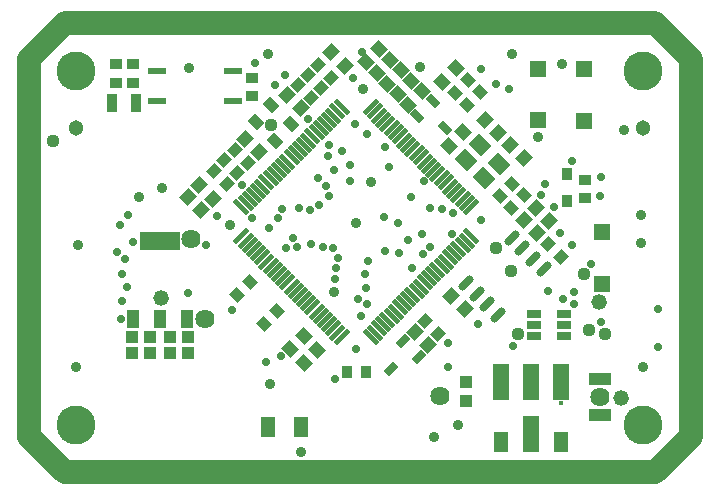
<source format=gbr>
G04*
G04 #@! TF.GenerationSoftware,Altium Limited,Altium Designer,24.0.1 (36)*
G04*
G04 Layer_Color=8388736*
%FSLAX25Y25*%
%MOIN*%
G70*
G04*
G04 #@! TF.SameCoordinates,BD3E70BB-0697-4B71-9AF7-6C14A59E7EE9*
G04*
G04*
G04 #@! TF.FilePolarity,Negative*
G04*
G01*
G75*
%ADD42R,0.06300X0.02200*%
%ADD47C,0.08000*%
G04:AMPARAMS|DCode=48|XSize=39.43mil|YSize=37.47mil|CornerRadius=0mil|HoleSize=0mil|Usage=FLASHONLY|Rotation=225.000|XOffset=0mil|YOffset=0mil|HoleType=Round|Shape=Rectangle|*
%AMROTATEDRECTD48*
4,1,4,0.00070,0.02719,0.02719,0.00070,-0.00070,-0.02719,-0.02719,-0.00070,0.00070,0.02719,0.0*
%
%ADD48ROTATEDRECTD48*%

G04:AMPARAMS|DCode=49|XSize=43.37mil|YSize=39.43mil|CornerRadius=0mil|HoleSize=0mil|Usage=FLASHONLY|Rotation=225.000|XOffset=0mil|YOffset=0mil|HoleType=Round|Shape=Rectangle|*
%AMROTATEDRECTD49*
4,1,4,0.00139,0.02928,0.02928,0.00139,-0.00139,-0.02928,-0.02928,-0.00139,0.00139,0.02928,0.0*
%
%ADD49ROTATEDRECTD49*%

G04:AMPARAMS|DCode=50|XSize=27.62mil|YSize=43.37mil|CornerRadius=0mil|HoleSize=0mil|Usage=FLASHONLY|Rotation=315.000|XOffset=0mil|YOffset=0mil|HoleType=Round|Shape=Rectangle|*
%AMROTATEDRECTD50*
4,1,4,-0.02510,-0.00557,0.00557,0.02510,0.02510,0.00557,-0.00557,-0.02510,-0.02510,-0.00557,0.0*
%
%ADD50ROTATEDRECTD50*%

G04:AMPARAMS|DCode=51|XSize=62.07mil|YSize=15.81mil|CornerRadius=0mil|HoleSize=0mil|Usage=FLASHONLY|Rotation=225.000|XOffset=0mil|YOffset=0mil|HoleType=Round|Shape=Rectangle|*
%AMROTATEDRECTD51*
4,1,4,0.01636,0.02753,0.02753,0.01636,-0.01636,-0.02753,-0.02753,-0.01636,0.01636,0.02753,0.0*
%
%ADD51ROTATEDRECTD51*%

G04:AMPARAMS|DCode=52|XSize=62.07mil|YSize=15.81mil|CornerRadius=0mil|HoleSize=0mil|Usage=FLASHONLY|Rotation=315.000|XOffset=0mil|YOffset=0mil|HoleType=Round|Shape=Rectangle|*
%AMROTATEDRECTD52*
4,1,4,-0.02753,0.01636,-0.01636,0.02753,0.02753,-0.01636,0.01636,-0.02753,-0.02753,0.01636,0.0*
%
%ADD52ROTATEDRECTD52*%

%ADD53R,0.05754X0.05243*%
%ADD54R,0.05124X0.02762*%
%ADD55R,0.04140X0.06109*%
%ADD56R,0.13195X0.06109*%
G04:AMPARAMS|DCode=57|XSize=43.37mil|YSize=39.43mil|CornerRadius=0mil|HoleSize=0mil|Usage=FLASHONLY|Rotation=135.000|XOffset=0mil|YOffset=0mil|HoleType=Round|Shape=Rectangle|*
%AMROTATEDRECTD57*
4,1,4,0.02928,-0.00139,0.00139,-0.02928,-0.02928,0.00139,-0.00139,0.02928,0.02928,-0.00139,0.0*
%
%ADD57ROTATEDRECTD57*%

%ADD58R,0.04928X0.07093*%
%ADD59R,0.03353X0.04337*%
%ADD60R,0.03943X0.03747*%
%ADD61C,0.01575*%
%ADD62R,0.05721X0.12099*%
%ADD63R,0.04934X0.07021*%
G04:AMPARAMS|DCode=64|XSize=27.62mil|YSize=61.09mil|CornerRadius=0mil|HoleSize=0mil|Usage=FLASHONLY|Rotation=135.000|XOffset=0mil|YOffset=0mil|HoleType=Round|Shape=Round|*
%AMOVALD64*
21,1,0.03347,0.02762,0.00000,0.00000,225.0*
1,1,0.02762,0.01183,0.01183*
1,1,0.02762,-0.01183,-0.01183*
%
%ADD64OVALD64*%

G04:AMPARAMS|DCode=65|XSize=27.62mil|YSize=43.37mil|CornerRadius=0mil|HoleSize=0mil|Usage=FLASHONLY|Rotation=45.000|XOffset=0mil|YOffset=0mil|HoleType=Round|Shape=Rectangle|*
%AMROTATEDRECTD65*
4,1,4,0.00557,-0.02510,-0.02510,0.00557,-0.00557,0.02510,0.02510,-0.00557,0.00557,-0.02510,0.0*
%
%ADD65ROTATEDRECTD65*%

G04:AMPARAMS|DCode=66|XSize=59.12mil|YSize=51.24mil|CornerRadius=0mil|HoleSize=0mil|Usage=FLASHONLY|Rotation=135.000|XOffset=0mil|YOffset=0mil|HoleType=Round|Shape=Rectangle|*
%AMROTATEDRECTD66*
4,1,4,0.03902,-0.00278,0.00278,-0.03902,-0.03902,0.00278,-0.00278,0.03902,0.03902,-0.00278,0.0*
%
%ADD66ROTATEDRECTD66*%

G04:AMPARAMS|DCode=67|XSize=39.43mil|YSize=37.47mil|CornerRadius=0mil|HoleSize=0mil|Usage=FLASHONLY|Rotation=135.000|XOffset=0mil|YOffset=0mil|HoleType=Round|Shape=Rectangle|*
%AMROTATEDRECTD67*
4,1,4,0.02719,-0.00070,0.00070,-0.02719,-0.02719,0.00070,-0.00070,0.02719,0.02719,-0.00070,0.0*
%
%ADD67ROTATEDRECTD67*%

G04:AMPARAMS|DCode=68|XSize=43.37mil|YSize=33.53mil|CornerRadius=0mil|HoleSize=0mil|Usage=FLASHONLY|Rotation=135.000|XOffset=0mil|YOffset=0mil|HoleType=Round|Shape=Rectangle|*
%AMROTATEDRECTD68*
4,1,4,0.02719,-0.00348,0.00348,-0.02719,-0.02719,0.00348,-0.00348,0.02719,0.02719,-0.00348,0.0*
%
%ADD68ROTATEDRECTD68*%

%ADD69R,0.03550X0.05912*%
%ADD70R,0.03943X0.04337*%
%ADD71R,0.04337X0.03943*%
%ADD72R,0.07290X0.04337*%
%ADD73R,0.03747X0.03943*%
%ADD74C,0.12998*%
%ADD75C,0.03600*%
%ADD76C,0.02800*%
%ADD77C,0.04400*%
%ADD78C,0.05200*%
%ADD79C,0.06400*%
%ADD80C,0.05124*%
%ADD81C,0.03550*%
D42*
X67900Y133560D02*
D03*
X67900Y123560D02*
D03*
X42700Y123560D02*
D03*
Y133560D02*
D03*
D47*
X0Y137795D02*
X11811Y149606D01*
X0Y11811D02*
Y137795D01*
Y11811D02*
X11811Y0D01*
X208661D01*
X220472Y11811D01*
Y137795D01*
X208661Y149606D02*
X220472Y137795D01*
X11811Y149606D02*
X208661D01*
D48*
X100758Y131543D02*
D03*
X96443Y135857D02*
D03*
X93958Y124742D02*
D03*
X89643Y129058D02*
D03*
X92943Y132358D02*
D03*
X97258Y128042D02*
D03*
X177215Y71585D02*
D03*
X172900Y75900D02*
D03*
X136357Y46143D02*
D03*
X132043Y50458D02*
D03*
X61476Y100324D02*
D03*
X65791Y96009D02*
D03*
X64976Y103924D02*
D03*
X69291Y99609D02*
D03*
X68476Y107424D02*
D03*
X72791Y103109D02*
D03*
D49*
X132927Y42373D02*
D03*
X128473Y46827D02*
D03*
X164873Y84027D02*
D03*
X169327Y79573D02*
D03*
X164854Y104646D02*
D03*
X160400Y109100D02*
D03*
X156400Y113100D02*
D03*
X151946Y117554D02*
D03*
X86107Y125693D02*
D03*
X90561Y121239D02*
D03*
X173327Y83573D02*
D03*
X168873Y88027D02*
D03*
X145227Y54373D02*
D03*
X140773Y58827D02*
D03*
X105127Y135473D02*
D03*
X100673Y139927D02*
D03*
X72076Y111224D02*
D03*
X76530Y106770D02*
D03*
X56673Y95627D02*
D03*
X61127Y91173D02*
D03*
X57427Y87373D02*
D03*
X52973Y91827D02*
D03*
D50*
X129985Y38396D02*
D03*
X124696Y43685D02*
D03*
X120659Y34359D02*
D03*
D51*
X147245Y88238D02*
D03*
X145853Y89630D02*
D03*
X144461Y91022D02*
D03*
X143069Y92414D02*
D03*
X141677Y93806D02*
D03*
X140285Y95198D02*
D03*
X138893Y96590D02*
D03*
X137501Y97982D02*
D03*
X136109Y99374D02*
D03*
X134718Y100766D02*
D03*
X133326Y102158D02*
D03*
X131934Y103550D02*
D03*
X130542Y104942D02*
D03*
X129150Y106334D02*
D03*
X127758Y107726D02*
D03*
X126366Y109117D02*
D03*
X124974Y110510D02*
D03*
X123582Y111901D02*
D03*
X122190Y113293D02*
D03*
X120798Y114685D02*
D03*
X119406Y116077D02*
D03*
X118014Y117469D02*
D03*
X116622Y118861D02*
D03*
X115230Y120253D02*
D03*
X113838Y121645D02*
D03*
X70755Y78562D02*
D03*
X72147Y77170D02*
D03*
X73539Y75778D02*
D03*
X74931Y74386D02*
D03*
X76323Y72994D02*
D03*
X77715Y71602D02*
D03*
X79107Y70210D02*
D03*
X80499Y68818D02*
D03*
X81890Y67426D02*
D03*
X83283Y66034D02*
D03*
X84674Y64642D02*
D03*
X86066Y63250D02*
D03*
X87458Y61858D02*
D03*
X88850Y60466D02*
D03*
X90242Y59074D02*
D03*
X91634Y57683D02*
D03*
X93026Y56291D02*
D03*
X94418Y54899D02*
D03*
X95810Y53507D02*
D03*
X97202Y52115D02*
D03*
X98594Y50723D02*
D03*
X99986Y49331D02*
D03*
X101378Y47939D02*
D03*
X102770Y46547D02*
D03*
X104162Y45155D02*
D03*
D52*
Y121645D02*
D03*
X102770Y120253D02*
D03*
X101378Y118861D02*
D03*
X99986Y117469D02*
D03*
X98594Y116077D02*
D03*
X97202Y114685D02*
D03*
X95810Y113293D02*
D03*
X94418Y111901D02*
D03*
X93026Y110510D02*
D03*
X91634Y109117D02*
D03*
X90242Y107726D02*
D03*
X88850Y106334D02*
D03*
X87458Y104942D02*
D03*
X86066Y103550D02*
D03*
X84674Y102158D02*
D03*
X83283Y100766D02*
D03*
X81890Y99374D02*
D03*
X80499Y97982D02*
D03*
X79107Y96590D02*
D03*
X77715Y95198D02*
D03*
X76323Y93806D02*
D03*
X74931Y92414D02*
D03*
X73539Y91022D02*
D03*
X72147Y89630D02*
D03*
X70755Y88238D02*
D03*
X113838Y45155D02*
D03*
X115230Y46547D02*
D03*
X116622Y47939D02*
D03*
X118014Y49331D02*
D03*
X119406Y50723D02*
D03*
X120798Y52115D02*
D03*
X122190Y53507D02*
D03*
X123582Y54899D02*
D03*
X124974Y56291D02*
D03*
X126366Y57683D02*
D03*
X127758Y59074D02*
D03*
X129150Y60466D02*
D03*
X130542Y61858D02*
D03*
X131934Y63250D02*
D03*
X133326Y64642D02*
D03*
X134718Y66034D02*
D03*
X136109Y67426D02*
D03*
X137501Y68818D02*
D03*
X138893Y70210D02*
D03*
X140285Y71602D02*
D03*
X141677Y72994D02*
D03*
X143069Y74386D02*
D03*
X144461Y75778D02*
D03*
X145853Y77170D02*
D03*
X147245Y78562D02*
D03*
D53*
X169500Y134502D02*
D03*
Y117298D02*
D03*
X185000Y134402D02*
D03*
Y117198D02*
D03*
X190900Y62698D02*
D03*
Y79902D02*
D03*
D54*
X168279Y45360D02*
D03*
X168279Y49100D02*
D03*
X168279Y52840D02*
D03*
X178121D02*
D03*
X178121Y49100D02*
D03*
X178121Y45360D02*
D03*
D55*
X34584Y51108D02*
D03*
X43600D02*
D03*
X52616D02*
D03*
D56*
X43600Y77092D02*
D03*
D57*
X91573Y36273D02*
D03*
X96027Y40727D02*
D03*
X140000Y108800D02*
D03*
X144454Y113254D02*
D03*
X87073Y40973D02*
D03*
X91527Y45427D02*
D03*
X137773Y130173D02*
D03*
X142227Y134627D02*
D03*
X120300Y137400D02*
D03*
X115846Y132946D02*
D03*
X116727Y141027D02*
D03*
X112273Y136573D02*
D03*
X123800Y133900D02*
D03*
X119346Y129446D02*
D03*
X126373Y122473D02*
D03*
X130827Y126927D02*
D03*
X127327Y130427D02*
D03*
X122873Y125973D02*
D03*
D58*
X90712Y15100D02*
D03*
X79688D02*
D03*
D59*
X179300Y99537D02*
D03*
Y90304D02*
D03*
D60*
X185300Y91421D02*
D03*
Y97523D02*
D03*
X74400Y125349D02*
D03*
Y131451D02*
D03*
X34600Y135923D02*
D03*
Y129821D02*
D03*
X28800Y135937D02*
D03*
Y129835D02*
D03*
D61*
X177268Y22931D02*
D03*
D62*
X167200Y12759D02*
D03*
Y30200D02*
D03*
X177200D02*
D03*
X157200D02*
D03*
D63*
Y10220D02*
D03*
X177200D02*
D03*
D64*
X171489Y67583D02*
D03*
X167954Y71118D02*
D03*
X164418Y74654D02*
D03*
X160883Y78189D02*
D03*
X156317Y52411D02*
D03*
X152782Y55946D02*
D03*
X149246Y59482D02*
D03*
X145711Y63017D02*
D03*
D65*
X134704Y123885D02*
D03*
X129415Y118596D02*
D03*
X138741Y114559D02*
D03*
D66*
X151600Y98000D02*
D03*
X145475Y104125D02*
D03*
X150347Y108997D02*
D03*
X156472Y102872D02*
D03*
D67*
X156800Y91900D02*
D03*
X161115Y96215D02*
D03*
X160643Y88042D02*
D03*
X164957Y92357D02*
D03*
X146158Y130558D02*
D03*
X141842Y126242D02*
D03*
X82758Y53857D02*
D03*
X78443Y49542D02*
D03*
X69342Y58943D02*
D03*
X73658Y63257D02*
D03*
X145843Y122242D02*
D03*
X150157Y126558D02*
D03*
D68*
X87156Y115945D02*
D03*
X80627Y122473D02*
D03*
X82041Y110259D02*
D03*
X75512Y116788D02*
D03*
D69*
X27665Y123100D02*
D03*
X35735Y123100D02*
D03*
D70*
X46800Y45100D02*
D03*
X53099Y45100D02*
D03*
X46800Y39700D02*
D03*
X53099D02*
D03*
X40450D02*
D03*
X34150D02*
D03*
X40450Y45100D02*
D03*
X34150D02*
D03*
D71*
X145500Y23750D02*
D03*
Y30050D02*
D03*
D72*
X190200Y31004D02*
D03*
Y18996D02*
D03*
D73*
X112151Y33400D02*
D03*
X106049D02*
D03*
D74*
X204724Y15748D02*
D03*
Y133858D02*
D03*
X15748D02*
D03*
Y15748D02*
D03*
D75*
X111400Y127700D02*
D03*
X204100Y76500D02*
D03*
X113900Y96615D02*
D03*
X101721Y60079D02*
D03*
X79600Y139400D02*
D03*
X177500Y136200D02*
D03*
X90500Y6700D02*
D03*
X135000Y11700D02*
D03*
X198200Y114100D02*
D03*
X169700Y111700D02*
D03*
X67100Y82300D02*
D03*
X44400Y94700D02*
D03*
X36700Y91800D02*
D03*
X161100Y139300D02*
D03*
X53200Y134600D02*
D03*
X130300Y135200D02*
D03*
X16400Y75600D02*
D03*
X204000Y85700D02*
D03*
X142800Y15600D02*
D03*
X80200Y29300D02*
D03*
X109042Y83200D02*
D03*
D76*
X108000Y131400D02*
D03*
X85222Y132378D02*
D03*
X74330Y84595D02*
D03*
X84222Y87822D02*
D03*
X70861Y95701D02*
D03*
X82819Y84677D02*
D03*
X173087Y60513D02*
D03*
X180861Y75739D02*
D03*
X187318Y69408D02*
D03*
X181691Y59917D02*
D03*
X181468Y56088D02*
D03*
X178056Y57844D02*
D03*
X190500Y50077D02*
D03*
X139500Y35100D02*
D03*
X149500Y49300D02*
D03*
X172108Y96092D02*
D03*
X170500Y92400D02*
D03*
X161200Y42177D02*
D03*
X175000Y88400D02*
D03*
X106830Y97170D02*
D03*
X102192Y68055D02*
D03*
X102800Y71400D02*
D03*
X102046Y64554D02*
D03*
X101300Y74600D02*
D03*
X97800Y75000D02*
D03*
X89161Y74938D02*
D03*
X94000Y76100D02*
D03*
X87800Y78189D02*
D03*
X85752Y74848D02*
D03*
X99086Y95513D02*
D03*
X99890Y92210D02*
D03*
X96400Y98100D02*
D03*
X96757Y89076D02*
D03*
X93500Y87500D02*
D03*
X89900Y88100D02*
D03*
X150500Y134500D02*
D03*
X139700Y43200D02*
D03*
X78900Y36700D02*
D03*
X83900Y38600D02*
D03*
X53008Y59808D02*
D03*
X67700Y53900D02*
D03*
X131530Y97111D02*
D03*
X127400Y91600D02*
D03*
X133703Y75160D02*
D03*
X131415Y72645D02*
D03*
X104200Y107100D02*
D03*
X140914Y79300D02*
D03*
X118586Y108514D02*
D03*
X119972Y101685D02*
D03*
X151600Y98000D02*
D03*
X150347Y108997D02*
D03*
X137700Y87727D02*
D03*
X133527Y88173D02*
D03*
X141298Y86343D02*
D03*
X181100Y103800D02*
D03*
X209773Y54307D02*
D03*
X159900Y127600D02*
D03*
X93000Y117800D02*
D03*
X59000Y75600D02*
D03*
X110957Y140000D02*
D03*
X112764Y56200D02*
D03*
X109600Y57600D02*
D03*
X30514Y51108D02*
D03*
X99900Y108900D02*
D03*
X99739Y105438D02*
D03*
X150500Y84000D02*
D03*
X75400Y136300D02*
D03*
X112400Y61400D02*
D03*
X127500Y68100D02*
D03*
X123200Y73000D02*
D03*
X126400Y77400D02*
D03*
X130800Y79400D02*
D03*
X62521Y85500D02*
D03*
X34500Y76700D02*
D03*
X32800Y85700D02*
D03*
X82000Y128900D02*
D03*
X101800Y30900D02*
D03*
X108900Y41000D02*
D03*
X110735Y51935D02*
D03*
X113000Y70500D02*
D03*
X111900Y65900D02*
D03*
X108500Y116000D02*
D03*
X112527Y112673D02*
D03*
X122800Y83200D02*
D03*
X118200Y85000D02*
D03*
X176800Y79800D02*
D03*
X190200Y92200D02*
D03*
X190672Y98400D02*
D03*
X155500Y129500D02*
D03*
X101600Y100800D02*
D03*
X106800Y102300D02*
D03*
X80106Y81406D02*
D03*
X118500Y73800D02*
D03*
X209773Y41756D02*
D03*
X30300Y82400D02*
D03*
X32612Y61788D02*
D03*
X32001Y71099D02*
D03*
X30797Y57202D02*
D03*
Y66218D02*
D03*
X29350Y73228D02*
D03*
D77*
X184983Y65917D02*
D03*
X162917Y46100D02*
D03*
X155700Y74772D02*
D03*
X192104Y46195D02*
D03*
X186700Y47500D02*
D03*
X160505Y67200D02*
D03*
X80728Y115615D02*
D03*
X8000Y110400D02*
D03*
D78*
X197300Y24600D02*
D03*
X189868Y56877D02*
D03*
X43800Y58000D02*
D03*
D79*
X58600Y50900D02*
D03*
X53900Y77800D02*
D03*
X190200Y25000D02*
D03*
X136894Y25290D02*
D03*
D80*
X204724Y114567D02*
D03*
X15748D02*
D03*
D81*
X204724Y35039D02*
D03*
X15748D02*
D03*
M02*

</source>
